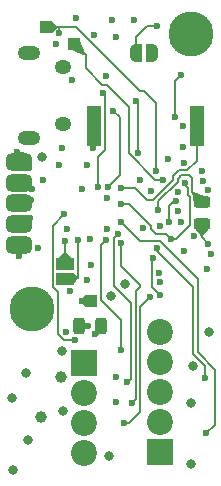
<source format=gbr>
%TF.GenerationSoftware,KiCad,Pcbnew,8.0.0*%
%TF.CreationDate,2024-09-27T20:32:54-07:00*%
%TF.ProjectId,lyrav3r2,6c797261-7633-4723-922e-6b696361645f,rev?*%
%TF.SameCoordinates,Original*%
%TF.FileFunction,Copper,L1,Top*%
%TF.FilePolarity,Positive*%
%FSLAX46Y46*%
G04 Gerber Fmt 4.6, Leading zero omitted, Abs format (unit mm)*
G04 Created by KiCad (PCBNEW 8.0.0) date 2024-09-27 20:32:54*
%MOMM*%
%LPD*%
G01*
G04 APERTURE LIST*
G04 Aperture macros list*
%AMRoundRect*
0 Rectangle with rounded corners*
0 $1 Rounding radius*
0 $2 $3 $4 $5 $6 $7 $8 $9 X,Y pos of 4 corners*
0 Add a 4 corners polygon primitive as box body*
4,1,4,$2,$3,$4,$5,$6,$7,$8,$9,$2,$3,0*
0 Add four circle primitives for the rounded corners*
1,1,$1+$1,$2,$3*
1,1,$1+$1,$4,$5*
1,1,$1+$1,$6,$7*
1,1,$1+$1,$8,$9*
0 Add four rect primitives between the rounded corners*
20,1,$1+$1,$2,$3,$4,$5,0*
20,1,$1+$1,$4,$5,$6,$7,0*
20,1,$1+$1,$6,$7,$8,$9,0*
20,1,$1+$1,$8,$9,$2,$3,0*%
%AMFreePoly0*
4,1,19,0.000000,0.744911,0.071157,0.744911,0.207708,0.704816,0.327430,0.627875,0.420627,0.520320,0.479746,0.390866,0.500000,0.250000,0.500000,-0.250000,0.479746,-0.390866,0.420627,-0.520320,0.327430,-0.627875,0.207708,-0.704816,0.071157,-0.744911,0.000000,-0.744911,0.000000,-0.750000,-0.500000,-0.750000,-0.500000,0.750000,0.000000,0.750000,0.000000,0.744911,0.000000,0.744911,
$1*%
%AMFreePoly1*
4,1,19,0.500000,-0.750000,0.000000,-0.750000,0.000000,-0.744911,-0.071157,-0.744911,-0.207708,-0.704816,-0.327430,-0.627875,-0.420627,-0.520320,-0.479746,-0.390866,-0.500000,-0.250000,-0.500000,0.250000,-0.479746,0.390866,-0.420627,0.520320,-0.327430,0.627875,-0.207708,0.704816,-0.071157,0.744911,0.000000,0.744911,0.000000,0.750000,0.500000,0.750000,0.500000,-0.750000,0.500000,-0.750000,
$1*%
G04 Aperture macros list end*
%TA.AperFunction,SMDPad,CuDef*%
%ADD10R,1.300000X3.400000*%
%TD*%
%TA.AperFunction,SMDPad,CuDef*%
%ADD11FreePoly0,0.000000*%
%TD*%
%TA.AperFunction,SMDPad,CuDef*%
%ADD12FreePoly1,0.000000*%
%TD*%
%TA.AperFunction,SMDPad,CuDef*%
%ADD13R,1.000000X1.000000*%
%TD*%
%TA.AperFunction,ComponentPad*%
%ADD14R,2.200000X2.200000*%
%TD*%
%TA.AperFunction,ComponentPad*%
%ADD15C,2.200000*%
%TD*%
%TA.AperFunction,ComponentPad*%
%ADD16C,3.800000*%
%TD*%
%TA.AperFunction,SMDPad,CuDef*%
%ADD17RoundRect,0.492126X-0.632874X-0.257874X0.632874X-0.257874X0.632874X0.257874X-0.632874X0.257874X0*%
%TD*%
%TA.AperFunction,SMDPad,CuDef*%
%ADD18R,1.500000X1.000000*%
%TD*%
%TA.AperFunction,SMDPad,CuDef*%
%ADD19RoundRect,0.243750X0.243750X0.456250X-0.243750X0.456250X-0.243750X-0.456250X0.243750X-0.456250X0*%
%TD*%
%TA.AperFunction,SMDPad,CuDef*%
%ADD20RoundRect,0.243750X-0.456250X0.243750X-0.456250X-0.243750X0.456250X-0.243750X0.456250X0.243750X0*%
%TD*%
%TA.AperFunction,ComponentPad*%
%ADD21O,1.400000X1.200000*%
%TD*%
%TA.AperFunction,ComponentPad*%
%ADD22O,1.900000X1.200000*%
%TD*%
%TA.AperFunction,ViaPad*%
%ADD23C,0.600000*%
%TD*%
%TA.AperFunction,ViaPad*%
%ADD24C,0.800000*%
%TD*%
%TA.AperFunction,ViaPad*%
%ADD25C,1.000000*%
%TD*%
%TA.AperFunction,Conductor*%
%ADD26C,0.200000*%
%TD*%
G04 APERTURE END LIST*
D10*
%TO.P,BZ1,1,+*%
%TO.N,/BUZZER*%
X16320600Y29966000D03*
%TO.P,BZ1,2,-*%
%TO.N,GND*%
X7620600Y29966000D03*
%TD*%
D11*
%TO.P,J4,2,Pin_2*%
%TO.N,/BOOTSEL*%
X12529400Y36189000D03*
D12*
%TO.P,J4,1,Pin_1*%
%TO.N,GND*%
X11229400Y36189000D03*
%TD*%
D13*
%TO.P,TP1,1,1*%
%TO.N,/RUN*%
X7398600Y15157800D03*
%TD*%
D14*
%TO.P,J6,1,Pin_1*%
%TO.N,+BATT*%
X13240600Y2356200D03*
D15*
%TO.P,J6,2,Pin_2*%
%TO.N,/P4-*%
X13240600Y4896200D03*
%TO.P,J6,3,Pin_3*%
%TO.N,/P3-*%
X13240600Y7436200D03*
%TO.P,J6,4,Pin_4*%
%TO.N,/P2-*%
X13240600Y9976200D03*
%TO.P,J6,5,Pin_5*%
%TO.N,/P1-*%
X13240600Y12516200D03*
%TD*%
D16*
%TO.P,H1,1,1*%
%TO.N,GND*%
X15831400Y37763800D03*
%TD*%
D14*
%TO.P,J2,1,Pin_1*%
%TO.N,GND*%
X6763600Y9950800D03*
D15*
%TO.P,J2,2,Pin_2*%
%TO.N,/BATT RAW*%
X6763600Y7410800D03*
%TO.P,J2,3,Pin_3*%
X6763600Y4870800D03*
%TO.P,J2,4,Pin_4*%
%TO.N,/BATT POSTSW*%
X6763600Y2330800D03*
%TD*%
D17*
%TO.P,J5,1,Pin_1*%
%TO.N,/BRKOUT1*%
X1251800Y19922200D03*
%TO.P,J5,2,Pin_2*%
%TO.N,/BRKOUT2*%
X1251800Y21672200D03*
%TO.P,J5,3,Pin_3*%
%TO.N,/BRKOUT3*%
X1251800Y23422200D03*
%TO.P,J5,4,Pin_4*%
%TO.N,/BRKOUT4*%
X1251800Y25172200D03*
%TO.P,J5,5,Pin_5*%
%TO.N,GND*%
X1251800Y26922200D03*
%TD*%
D18*
%TO.P,J1,1,Pin_1*%
%TO.N,/SWCLK*%
X5188800Y17037400D03*
%TO.P,J1,2,Pin_2*%
%TO.N,/SWD*%
X5188800Y18337400D03*
%TD*%
D16*
%TO.P,H2,1,1*%
%TO.N,GND*%
X2369400Y14527100D03*
%TD*%
D13*
%TO.P,TP4,1,1*%
%TO.N,/SCL*%
X3537800Y38373400D03*
%TD*%
%TO.P,TP3,1,1*%
%TO.N,/SDA*%
X5950800Y36951000D03*
%TD*%
D19*
%TO.P,D2,1,K*%
%TO.N,GND*%
X8259900Y13075000D03*
%TO.P,D2,2,A*%
%TO.N,Net-(D2-A)*%
X6384900Y13075000D03*
%TD*%
D20*
%TO.P,D3,1,K*%
%TO.N,Net-(D3-K)*%
X16796600Y23537500D03*
%TO.P,D3,2,A*%
%TO.N,+3V3*%
X16796600Y21662500D03*
%TD*%
D21*
%TO.P,J7,6,Shield*%
%TO.N,unconnected-(J7-Shield-Pad6)*%
X5022900Y34951200D03*
%TO.P,J7,7*%
%TO.N,N/C*%
X5022900Y30111200D03*
D22*
%TO.P,J7,8*%
X2122900Y28931200D03*
%TO.P,J7,9*%
X2122900Y36131200D03*
%TD*%
D23*
%TO.N,/BUZZER*%
X9964000Y24708200D03*
%TO.N,+3V3*%
X5336798Y21253800D03*
%TO.N,GND*%
X15170598Y29966000D03*
%TO.N,/QSPI_SS*%
X14993200Y34284000D03*
X14485200Y30753400D03*
%TO.N,/QSPI_SD1*%
X11234000Y32099600D03*
X11361000Y27730800D03*
%TO.N,/QSPI_SCLK*%
X9278200Y31286800D03*
X8846400Y24835200D03*
%TO.N,/QSPI_SD3*%
X8414600Y32785400D03*
X7940905Y24779594D03*
%TO.N,+3V3*%
X6128600Y39084600D03*
%TO.N,GND*%
X12986600Y38475000D03*
%TO.N,+3V3*%
X9506800Y37513000D03*
%TO.N,GND*%
X5798400Y33877600D03*
%TO.N,+3V3*%
X8660488Y34185400D03*
%TO.N,/BOOTSEL*%
X12326200Y36468400D03*
%TO.N,GND*%
X4462146Y36884746D03*
%TO.N,+3V3*%
X11030800Y38955000D03*
%TO.N,GND*%
X9202000Y38923000D03*
X7666819Y37696931D03*
%TO.N,/SDA*%
X6204800Y36544600D03*
%TO.N,/SCL*%
X4655400Y37814600D03*
%TO.N,/SDA*%
X13439253Y25384646D03*
%TO.N,/SCL*%
X12885000Y26181400D03*
%TO.N,GND*%
X17300000Y24524414D03*
X14790000Y24403400D03*
%TO.N,+3V3*%
X16829014Y25302541D03*
X16776655Y26151798D03*
X15172799Y28219141D03*
%TO.N,GND*%
X13903568Y27165289D03*
X15247200Y26841800D03*
X16136200Y20644200D03*
%TO.N,Net-(D3-K)*%
X13088200Y22879400D03*
%TO.N,+3V3*%
X15044000Y21863400D03*
X14728000Y22751539D03*
%TO.N,/SDA*%
X15330326Y25182364D03*
%TO.N,/SCL*%
X14600869Y23605318D03*
X14002600Y21888800D03*
%TO.N,/SDA*%
X14129600Y20441000D03*
X9948005Y23401299D03*
%TO.N,GND*%
X13201850Y21531756D03*
X15298000Y19399600D03*
%TO.N,+3V3*%
X17330000Y20009200D03*
%TO.N,GND*%
X17512346Y19127863D03*
%TO.N,+3V3*%
X17185363Y17902654D03*
X13179615Y17576004D03*
%TO.N,GND*%
X13240600Y16758000D03*
X7703400Y12389200D03*
%TO.N,Net-(D2-A)*%
X7119200Y13075000D03*
%TO.N,/BATT SENSE *%
X6001600Y11855800D03*
X5138000Y22549200D03*
%TO.N,GND*%
X2877400Y19653600D03*
%TO.N,/BRKOUT1*%
X1251800Y18942400D03*
%TO.N,+3V3*%
X3360000Y25368600D03*
%TO.N,GND*%
X2164350Y26384650D03*
X1124800Y27807000D03*
%TO.N,/BRKOUT4*%
X2369400Y24632000D03*
%TO.N,/BRKOUT2*%
X2186421Y22217982D03*
%TO.N,/BRKOUT3*%
X2293200Y23692200D03*
%TO.N,/RUN*%
X6636600Y15157800D03*
%TO.N,/SWCLK*%
X6255600Y20364800D03*
%TO.N,/SWD*%
X5163400Y20263200D03*
%TO.N,/P4 EN *%
X17154200Y3956400D03*
%TO.N,/P3 EN *%
X17022599Y8622300D03*
%TO.N,/P4 EN *%
X9913200Y21812600D03*
%TO.N,/P3 EN *%
X12973426Y19616624D03*
%TO.N,/P2 EN *%
X12656400Y18764600D03*
X13189800Y15691200D03*
%TO.N,GND*%
X9479400Y6572600D03*
X9479400Y8757000D03*
%TO.N,/P3 CONT *%
X10844401Y6513201D03*
%TO.N,/P4 CONT *%
X12377000Y15513400D03*
X10218000Y4845400D03*
%TO.N,/P1 EN *%
X9899000Y10992200D03*
%TO.N,/P2 CONT *%
X10457800Y8294242D03*
X9659200Y20822000D03*
%TO.N,/P3 CONT *%
X9913200Y20060000D03*
%TO.N,/P1 EN *%
X8641510Y20301980D03*
%TO.N,+3V3*%
X11813713Y21375033D03*
%TO.N,GND*%
X8719400Y21228400D03*
X8744800Y23870000D03*
X12421764Y24437991D03*
%TO.N,+3V3*%
X11538800Y25368600D03*
%TO.N,GND*%
X7525600Y28086200D03*
X4934800Y28111600D03*
%TO.N,+3V3*%
X4712867Y26682713D03*
X7043000Y26638600D03*
%TO.N,+1V1*%
X6585800Y24661802D03*
X7271600Y20415600D03*
%TO.N,+3V3*%
X7403100Y18217428D03*
%TO.N,GND*%
X7043000Y16966400D03*
%TO.N,+3V3*%
X5646000Y16037398D03*
X5239600Y12567000D03*
D24*
%TO.N,GND*%
X9040237Y15583049D03*
%TO.N,+3V3*%
X10258314Y16627714D03*
%TO.N,VBUS*%
X769200Y883000D03*
X3207600Y27375200D03*
%TO.N,Net-(D1-K)*%
X2064600Y3372200D03*
X8897200Y2051400D03*
%TO.N,GND*%
X4985600Y5810600D03*
D25*
%TO.N,+3V3*%
X4807800Y8706200D03*
D24*
%TO.N,GND*%
X4909400Y10969400D03*
X1845902Y9072000D03*
X674050Y6934650D03*
X17355400Y12516200D03*
X15983800Y9646000D03*
X15856800Y6547200D03*
X15882200Y1391000D03*
D25*
%TO.N,+BATT*%
X3182200Y5378800D03*
%TD*%
D26*
%TO.N,GND*%
X11193600Y37517800D02*
X12150800Y38475000D01*
X12150800Y38475000D02*
X12986600Y38475000D01*
X11193600Y36762800D02*
X11193600Y37517800D01*
%TO.N,/BUZZER*%
X15510800Y26241800D02*
X16320600Y27051600D01*
X14834126Y26241800D02*
X15510800Y26241800D01*
X14332800Y25740474D02*
X14834126Y26241800D01*
X16320600Y27051600D02*
X16320600Y29966000D01*
X14332800Y25429664D02*
X14332800Y25740474D01*
X12123000Y23692200D02*
X12595336Y23692200D01*
%TO.N,Net-(D3-K)*%
X15956269Y24377831D02*
X16796600Y23537500D01*
X15956269Y25546371D02*
X15956269Y24377831D01*
X14910600Y25752588D02*
X14999812Y25841800D01*
%TO.N,/BUZZER*%
X12595336Y23692200D02*
X14332800Y25429664D01*
%TO.N,Net-(D3-K)*%
X14910600Y25634714D02*
X14910600Y25752588D01*
X14732800Y25456914D02*
X14910600Y25634714D01*
X13088200Y23619379D02*
X14732800Y25263979D01*
X13088200Y22879400D02*
X13088200Y23619379D01*
%TO.N,/SDA*%
X15330326Y24992065D02*
X15330326Y25182364D01*
X15556269Y24766122D02*
X15330326Y24992065D01*
X15566472Y24201942D02*
X15556269Y24212146D01*
X15556269Y24212146D02*
X15556269Y24766122D01*
X14611550Y20441000D02*
X15744000Y21573450D01*
X14129600Y20441000D02*
X14611550Y20441000D01*
X15744000Y21573450D02*
X15744000Y23998491D01*
X15566472Y24176019D02*
X15566472Y24201942D01*
%TO.N,Net-(D3-K)*%
X14732800Y25263979D02*
X14732800Y25456914D01*
%TO.N,/SDA*%
X15744000Y23998491D02*
X15566472Y24176019D01*
%TO.N,/BUZZER*%
X11107000Y24708200D02*
X12123000Y23692200D01*
X9964000Y24708200D02*
X11107000Y24708200D01*
%TO.N,Net-(D3-K)*%
X14999812Y25841800D02*
X15660840Y25841800D01*
X15660840Y25841800D02*
X15956269Y25546371D01*
%TO.N,/BRKOUT2*%
X1951800Y22372200D02*
X1251800Y21672200D01*
X2032203Y22372200D02*
X1951800Y22372200D01*
X2186421Y22217982D02*
X2032203Y22372200D01*
%TO.N,/BATT SENSE *%
X5102271Y11855800D02*
X4569400Y12388671D01*
X6001600Y11855800D02*
X5102271Y11855800D01*
X4138800Y21550000D02*
X5138000Y22549200D01*
X4569400Y15955000D02*
X4138800Y16385600D01*
X4569400Y12388671D02*
X4569400Y15955000D01*
X4138800Y16385600D02*
X4138800Y21550000D01*
%TO.N,/QSPI_SD1*%
X11361000Y31972600D02*
X11234000Y32099600D01*
X11361000Y27730800D02*
X11361000Y31972600D01*
%TO.N,/SCL*%
X11854150Y32952000D02*
X12885000Y31921150D01*
X11549800Y32952000D02*
X11854150Y32952000D01*
X4680800Y38373400D02*
X6128400Y38373400D01*
X12885000Y31921150D02*
X12885000Y26181400D01*
X6128400Y38373400D02*
X11549800Y32952000D01*
%TO.N,/QSPI_SS*%
X14485200Y33776000D02*
X14993200Y34284000D01*
X14485200Y30753400D02*
X14485200Y33776000D01*
%TO.N,/QSPI_SCLK*%
X9862400Y30702600D02*
X9278200Y31286800D01*
X9862400Y25851200D02*
X9862400Y30702600D01*
X8846400Y24835200D02*
X9862400Y25851200D01*
%TO.N,/SDA*%
X8356486Y33485400D02*
X6941400Y34900486D01*
X6941400Y34900486D02*
X6941400Y35960400D01*
X8704550Y33485400D02*
X8356486Y33485400D01*
X10562400Y31627550D02*
X8704550Y33485400D01*
X12833225Y25384646D02*
X10562400Y27655471D01*
X10562400Y27655471D02*
X10562400Y31627550D01*
X13439253Y25384646D02*
X12833225Y25384646D01*
%TO.N,/QSPI_SD3*%
X7940905Y27336305D02*
X7940905Y24779594D01*
X8570600Y32629400D02*
X8570600Y27966000D01*
X8414600Y32785400D02*
X8570600Y32629400D01*
X8570600Y27966000D02*
X7940905Y27336305D01*
%TO.N,/SDA*%
X6357200Y36544600D02*
X6204800Y36544600D01*
X6941400Y35960400D02*
X6357200Y36544600D01*
X6941400Y35960400D02*
X5950800Y36951000D01*
%TO.N,/SCL*%
X4680800Y37840000D02*
X4655400Y37814600D01*
X4680800Y38373400D02*
X4680800Y37840000D01*
X3537800Y38373400D02*
X4680800Y38373400D01*
%TO.N,+3V3*%
X16796600Y21662500D02*
X16796600Y20542600D01*
X16796600Y20542600D02*
X17330000Y20009200D01*
%TO.N,/SCL*%
X14379804Y23605318D02*
X14600869Y23605318D01*
X14002600Y21888800D02*
X14002600Y23228114D01*
X14002600Y23228114D02*
X14379804Y23605318D01*
%TO.N,/SDA*%
X13738844Y20831756D02*
X14129600Y20441000D01*
X12911900Y20831756D02*
X13738844Y20831756D01*
X12501850Y21241806D02*
X12911900Y20831756D01*
X12501850Y21535425D02*
X12501850Y21241806D01*
X10635976Y23401299D02*
X12501850Y21535425D01*
X9948005Y23401299D02*
X10635976Y23401299D01*
%TO.N,/P4 EN *%
X17900000Y4702200D02*
X17154200Y3956400D01*
X16441000Y17030589D02*
X16441000Y10814400D01*
X16441000Y10814400D02*
X17900000Y9355400D01*
X13252789Y20218800D02*
X16441000Y17030589D01*
X9913200Y21812600D02*
X11507000Y20218800D01*
X11507000Y20218800D02*
X13252789Y20218800D01*
%TO.N,/P3 EN *%
X16041000Y10648715D02*
X16041000Y16370600D01*
X17022599Y9667115D02*
X16041000Y10648715D01*
X16041000Y16370600D02*
X12973426Y19438174D01*
X12973426Y19438174D02*
X12973426Y19616624D01*
X17022599Y8622300D02*
X17022599Y9667115D01*
%TO.N,/P4 EN *%
X17900000Y9355400D02*
X17900000Y4702200D01*
%TO.N,/P2 EN *%
X12540600Y18648800D02*
X12656400Y18764600D01*
X13189800Y15691200D02*
X12540600Y16340400D01*
X12540600Y16340400D02*
X12540600Y18648800D01*
%TO.N,GND*%
X8259900Y12945700D02*
X7703400Y12389200D01*
X8259900Y13075000D02*
X8259900Y12945700D01*
X1251800Y27680000D02*
X1124800Y27807000D01*
X1251800Y26922200D02*
X1251800Y27680000D01*
%TO.N,/RUN*%
X6636600Y15157800D02*
X7398600Y15157800D01*
%TO.N,/SWCLK*%
X6255600Y17154200D02*
X6255600Y20364800D01*
X6138800Y17037400D02*
X6255600Y17154200D01*
X5188800Y17037400D02*
X6138800Y17037400D01*
%TO.N,/SWD*%
X5163400Y18362800D02*
X5188800Y18337400D01*
X5163400Y20263200D02*
X5163400Y18362800D01*
%TO.N,/P3 CONT *%
X11513400Y16351600D02*
X11513400Y16504000D01*
X11157800Y6826600D02*
X11157800Y15996000D01*
X10844401Y6513201D02*
X11157800Y6826600D01*
%TO.N,/P1 EN *%
X8240237Y19900707D02*
X8240237Y15251678D01*
%TO.N,/P2 CONT *%
X10757800Y8594242D02*
X10457800Y8294242D01*
X9313200Y16441457D02*
X10757800Y14996857D01*
X9313200Y20476000D02*
X9313200Y16441457D01*
X9659200Y20822000D02*
X9313200Y20476000D01*
%TO.N,/P1 EN *%
X8240237Y15251678D02*
X9899000Y13592915D01*
%TO.N,/P4 CONT *%
X11557800Y14694200D02*
X12377000Y15513400D01*
%TO.N,/P3 CONT *%
X11157800Y15996000D02*
X11513400Y16351600D01*
%TO.N,/P1 EN *%
X9899000Y13592915D02*
X9899000Y10992200D01*
%TO.N,/P4 CONT *%
X11557800Y5778800D02*
X11557800Y14694200D01*
X10624400Y4845400D02*
X11557800Y5778800D01*
X10218000Y4845400D02*
X10624400Y4845400D01*
%TO.N,/P3 CONT *%
X11513400Y16504000D02*
X9913200Y18104200D01*
X9913200Y18104200D02*
X9913200Y20060000D01*
%TO.N,/P2 CONT *%
X10757800Y14996857D02*
X10757800Y8594242D01*
%TO.N,/P1 EN *%
X8641510Y20301980D02*
X8240237Y19900707D01*
%TD*%
%TA.AperFunction,Conductor*%
%TO.N,Net-(D3-K)*%
G36*
X16047560Y24432124D02*
G01*
X16370618Y24293818D01*
X16987918Y24029543D01*
X16994174Y24023136D01*
X16994130Y24014329D01*
X16800343Y23544162D01*
X16794022Y23537818D01*
X16789338Y23536922D01*
X16105452Y23547929D01*
X16097235Y23551488D01*
X16094331Y23556628D01*
X16044891Y23743085D01*
X16044500Y23746084D01*
X16044500Y24038054D01*
X16044499Y24038056D01*
X16034891Y24073914D01*
X16024022Y24114478D01*
X16024021Y24114482D01*
X15984462Y24182999D01*
X15984458Y24183004D01*
X15910186Y24257276D01*
X15907151Y24262549D01*
X15900586Y24287310D01*
X15901778Y24296185D01*
X15903618Y24298577D01*
X16034683Y24429642D01*
X16042955Y24433068D01*
X16047560Y24432124D01*
G37*
%TD.AperFunction*%
%TD*%
%TA.AperFunction,Conductor*%
%TO.N,/SDA*%
G36*
X6449087Y37153694D02*
G01*
X6455345Y37147501D01*
X6871943Y36175439D01*
X6872052Y36166485D01*
X6869462Y36162557D01*
X6739243Y36032338D01*
X6730970Y36028911D01*
X6726361Y36029857D01*
X5754299Y36446455D01*
X5748045Y36452864D01*
X5748090Y36461667D01*
X5948237Y36947206D01*
X5954557Y36953548D01*
X6440133Y37153709D01*
X6449087Y37153694D01*
G37*
%TD.AperFunction*%
%TD*%
%TA.AperFunction,Conductor*%
%TO.N,/SCL*%
G36*
X4045969Y38866865D02*
G01*
X4533409Y38476913D01*
X4537728Y38469069D01*
X4537800Y38467777D01*
X4537800Y38279024D01*
X4534373Y38270751D01*
X4533409Y38269888D01*
X4045969Y37879936D01*
X4037368Y37877444D01*
X4030395Y37880791D01*
X3637000Y38273400D01*
X3545096Y38365120D01*
X3541662Y38373388D01*
X3545080Y38381665D01*
X4030395Y38866011D01*
X4038672Y38869429D01*
X4045969Y38866865D01*
G37*
%TD.AperFunction*%
%TD*%
%TA.AperFunction,Conductor*%
%TO.N,+3V3*%
G36*
X16804827Y21655361D02*
G01*
X17276684Y21188553D01*
X17280155Y21180298D01*
X17277659Y21173011D01*
X16900113Y20691976D01*
X16892309Y20687584D01*
X16890909Y20687500D01*
X16702291Y20687500D01*
X16694018Y20690927D01*
X16693087Y20691976D01*
X16689050Y20697119D01*
X16623874Y20780160D01*
X16621499Y20785720D01*
X16621365Y20786657D01*
X16561577Y20917573D01*
X16467328Y21026343D01*
X16394987Y21072834D01*
X16392111Y21075451D01*
X16315540Y21173011D01*
X16313128Y21181635D01*
X16316513Y21188551D01*
X16788372Y21655361D01*
X16796663Y21658742D01*
X16804827Y21655361D01*
G37*
%TD.AperFunction*%
%TD*%
%TA.AperFunction,Conductor*%
%TO.N,GND*%
G36*
X7785397Y13243198D02*
G01*
X8253474Y13078222D01*
X8260137Y13072240D01*
X8261243Y13068171D01*
X8318778Y12386440D01*
X8316059Y12377908D01*
X8308324Y12373818D01*
X7779651Y12319064D01*
X7771069Y12321621D01*
X7770173Y12322429D01*
X7637001Y12455601D01*
X7633574Y12463874D01*
X7633753Y12465908D01*
X7769993Y13234208D01*
X7774810Y13241753D01*
X7783555Y13243682D01*
X7785397Y13243198D01*
G37*
%TD.AperFunction*%
%TD*%
%TA.AperFunction,Conductor*%
%TO.N,GND*%
G36*
X1202178Y27875739D02*
G01*
X1885052Y27673815D01*
X1892014Y27668183D01*
X1892954Y27659277D01*
X1890561Y27654916D01*
X1260176Y26930310D01*
X1252161Y26926317D01*
X1243681Y26929152D01*
X1242347Y26930310D01*
X449460Y27618371D01*
X445458Y27626380D01*
X448292Y27634874D01*
X455247Y27638754D01*
X1054090Y27736289D01*
X1190592Y27872792D01*
X1198864Y27876218D01*
X1202178Y27875739D01*
G37*
%TD.AperFunction*%
%TD*%
%TA.AperFunction,Conductor*%
%TO.N,/RUN*%
G36*
X6906921Y15649151D02*
G01*
X6908775Y15647645D01*
X7391302Y15166081D01*
X7394737Y15157812D01*
X7391318Y15149535D01*
X7391302Y15149519D01*
X6908775Y14667956D01*
X6900498Y14664537D01*
X6892229Y14667972D01*
X6890723Y14669826D01*
X6638513Y15054880D01*
X6636600Y15061291D01*
X6636600Y15254310D01*
X6638513Y15260721D01*
X6890724Y15645776D01*
X6898122Y15650818D01*
X6906921Y15649151D01*
G37*
%TD.AperFunction*%
%TD*%
%TA.AperFunction,Conductor*%
%TO.N,/SWCLK*%
G36*
X5945489Y17528906D02*
G01*
X6184888Y17224911D01*
X6318772Y17091027D01*
X6322199Y17082754D01*
X6319504Y17075284D01*
X5945020Y16623807D01*
X5937101Y16619628D01*
X5930298Y16621069D01*
X5204767Y17027356D01*
X5199223Y17034388D01*
X5200276Y17043281D01*
X5203990Y17047297D01*
X5929806Y17531402D01*
X5938589Y17533140D01*
X5945489Y17528906D01*
G37*
%TD.AperFunction*%
%TD*%
%TA.AperFunction,Conductor*%
%TO.N,/SWD*%
G36*
X5266161Y19333973D02*
G01*
X5266910Y19333149D01*
X5669568Y18845490D01*
X5672193Y18836929D01*
X5668932Y18829882D01*
X5196975Y18344803D01*
X5188749Y18341263D01*
X5180430Y18344576D01*
X5180413Y18344593D01*
X4683388Y18830111D01*
X4679865Y18838343D01*
X4682315Y18845645D01*
X5059887Y19332868D01*
X5067663Y19337307D01*
X5069135Y19337400D01*
X5257888Y19337400D01*
X5266161Y19333973D01*
G37*
%TD.AperFunction*%
%TD*%
M02*

</source>
